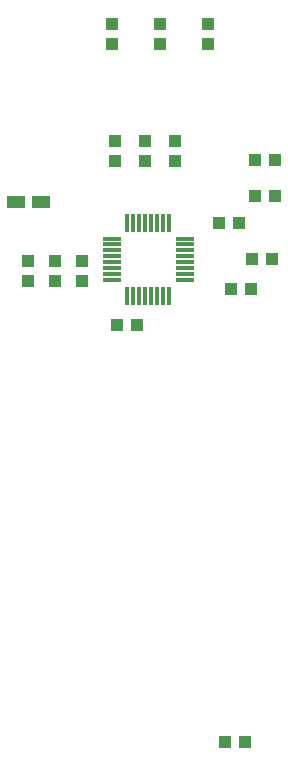
<source format=gbr>
G04 EAGLE Gerber RS-274X export*
G75*
%MOMM*%
%FSLAX34Y34*%
%LPD*%
%INSolderpaste Bottom*%
%IPPOS*%
%AMOC8*
5,1,8,0,0,1.08239X$1,22.5*%
G01*
%ADD10R,1.000000X1.100000*%
%ADD11R,1.100000X1.000000*%
%ADD12R,0.300000X1.600000*%
%ADD13R,1.600000X0.300000*%
%ADD14R,1.500000X1.000000*%


D10*
X198120Y832240D03*
X198120Y849240D03*
D11*
X138040Y594360D03*
X121040Y594360D03*
D10*
X157480Y832240D03*
X157480Y849240D03*
D12*
X129820Y681240D03*
X134820Y681240D03*
X139820Y681240D03*
X144820Y681240D03*
X149820Y681240D03*
X154820Y681240D03*
X159820Y681240D03*
X164820Y681240D03*
D13*
X178320Y667740D03*
X178320Y662740D03*
X178320Y657740D03*
X178320Y652740D03*
X178320Y647740D03*
X178320Y642740D03*
X178320Y637740D03*
X178320Y632740D03*
D12*
X164820Y619240D03*
X159820Y619240D03*
X154820Y619240D03*
X149820Y619240D03*
X144820Y619240D03*
X139820Y619240D03*
X134820Y619240D03*
X129820Y619240D03*
D13*
X116320Y632740D03*
X116320Y637740D03*
X116320Y642740D03*
X116320Y647740D03*
X116320Y652740D03*
X116320Y657740D03*
X116320Y662740D03*
X116320Y667740D03*
D11*
X116840Y849240D03*
X116840Y832240D03*
D14*
X56245Y698500D03*
X35195Y698500D03*
D10*
X237880Y734060D03*
X254880Y734060D03*
X212480Y241300D03*
X229480Y241300D03*
X237880Y703580D03*
X254880Y703580D03*
X207400Y680720D03*
X224400Y680720D03*
X217560Y624840D03*
X234560Y624840D03*
X235340Y650240D03*
X252340Y650240D03*
D11*
X170180Y750180D03*
X170180Y733180D03*
X144780Y750180D03*
X144780Y733180D03*
X119380Y750180D03*
X119380Y733180D03*
X45720Y631580D03*
X45720Y648580D03*
X68580Y631580D03*
X68580Y648580D03*
X91440Y631580D03*
X91440Y648580D03*
M02*

</source>
